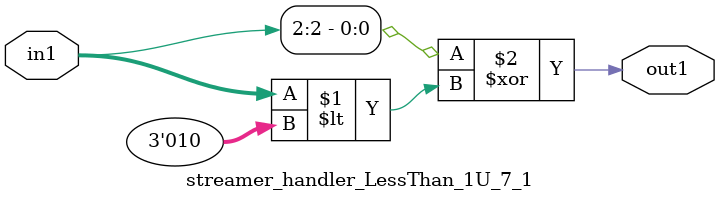
<source format=v>

`timescale 1ps / 1ps


module streamer_handler_LessThan_1U_7_1( in1, out1 );

    input [2:0] in1;
    output out1;

    
    // rtl_process:qkv_macro_handler_hub_LessThan_1U_68_1/qkv_macro_handler_hub_LessThan_1U_68_1_thread_1
    assign out1 = (in1[2] ^ in1 < 3'd2);

endmodule





</source>
